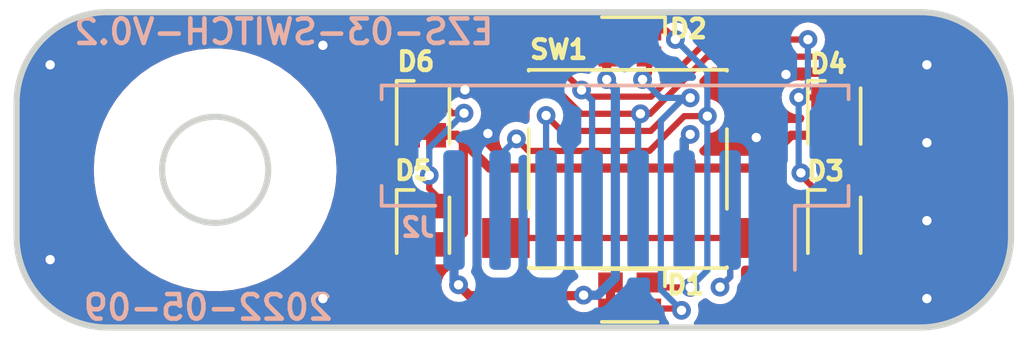
<source format=kicad_pcb>
(kicad_pcb (version 20240108) (generator "pcbnew") (generator_version "8.0")
  (title_block (title "EZS-03-SWITCH") (date "2022-05-09") (rev "V0.2") (company "Ovobot") (comment 1 "32.4x10.2x1.2mm ,FR4,2层,绿油白字,无铅喷锡"))
  (layers (0 "F.Cu" signal) (31 "B.Cu" signal) (34 "B.Paste" user) (35 "F.Paste" user) (36 "B.SilkS" user "B.Silkscreen") (37 "F.SilkS" user "F.Silkscreen") (38 "B.Mask" user) (39 "F.Mask" user) (44 "Edge.Cuts" user))
  (net 0 "")
  (net 1 "+3V3")
  (net 2 "/V_CHRG_O")
  (net 3 "/CHG_ON_LED")
  (net 4 "/CHG_DONE_LED")
  (net 5 "GND")
  (net 6 "/START")
  (net 7 "/LED_RED")
  (net 8 "/LED_BLUE")
  (footprint "Ovo_LED_SMD:LED_Dual_1.6x1.5mm" (layer "F.Cu") (at 143.666 102.002 90)
    (property "Reference" "D4" (at 1.706 -0.192 0) (layer "F.SilkS") (effects (font (size 0.6 0.6))))
    (property "Value" "LED_Dual_Red_Blue_AKAK")
    (fp_line (start 1.15 -0.86) (end 1.15 -0.3) (stroke (width 0.12)) (layer "F.SilkS"))
    (fp_line (start -0.91 -0.86) (end 1.15 -0.86) (stroke (width 0.12)) (layer "F.SilkS"))
    (fp_line (start -0.91 0.86) (end 0.91 0.86) (stroke (width 0.12)) (layer "F.SilkS"))
    (pad "1" smd rect (at -0.625 0.425 90) (size 0.8 0.65) (layers "F.Cu" "F.Paste" "F.Mask") (net 1 "+3V3"))
    (pad "2" smd rect (at 0.625 0.425 90) (size 0.8 0.65) (layers "F.Cu" "F.Paste" "F.Mask") (net 7 "/LED_RED"))
    (pad "3" smd rect (at -0.625 -0.425 90) (size 0.8 0.65) (layers "F.Cu" "F.Paste" "F.Mask") (net 1 "+3V3"))
    (pad "4" smd rect (at 0.625 -0.425 90) (size 0.8 0.65) (layers "F.Cu" "F.Paste" "F.Mask") (net 8 "/LED_BLUE"))
  )
  (footprint "Ovo_Button_Switch_SMD:SW_Push_1P1T_NO_6x6mm_H4.5mm" (layer "F.Cu") (at 136.938 103.725)
    (property "Reference" "SW1" (at -2.253 -3.892 0) (layer "F.SilkS") (effects (font (size 0.6 0.6))))
    (property "Value" "6x6x4.5mm/250gf")
    (fp_line (start -3.23 -3.23) (end 3.23 -3.23) (stroke (width 0.12)) (layer "F.SilkS"))
    (fp_line (start -3.23 -3.2) (end -3.23 -3.23) (stroke (width 0.12)) (layer "F.SilkS"))
    (fp_line (start -3.23 -1.3) (end -3.23 1.3) (stroke (width 0.12)) (layer "F.SilkS"))
    (fp_line (start -3.23 3.23) (end -3.23 3.2) (stroke (width 0.12)) (layer "F.SilkS"))
    (fp_line (start -3.23 3.23) (end 3.23 3.23) (stroke (width 0.12)) (layer "F.SilkS"))
    (fp_line (start 3.23 -3.23) (end 3.23 -3.2) (stroke (width 0.12)) (layer "F.SilkS"))
    (fp_line (start 3.23 -1.3) (end 3.23 1.3) (stroke (width 0.12)) (layer "F.SilkS"))
    (fp_line (start 3.23 3.23) (end 3.23 3.2) (stroke (width 0.12)) (layer "F.SilkS"))
    (pad "1" smd rect (at -3.975 -2.25) (size 1.55 1.3) (layers "F.Cu" "F.Paste" "F.Mask") (net 5 "GND"))
    (pad "1" smd rect (at 3.975 -2.25) (size 1.55 1.3) (layers "F.Cu" "F.Paste" "F.Mask") (net 5 "GND"))
    (pad "2" smd rect (at -3.975 2.25) (size 1.55 1.3) (layers "F.Cu" "F.Paste" "F.Mask") (net 6 "/START"))
    (pad "2" smd rect (at 3.975 2.25) (size 1.55 1.3) (layers "F.Cu" "F.Paste" "F.Mask") (net 6 "/START"))
  )
  (footprint "Ovo_LED_SMD:LED_Dual_1.6x1.5mm" (layer "F.Cu") (at 130.264 105.559 90)
    (property "Reference" "D5" (at 1.782 -0.314 0) (layer "F.SilkS") (effects (font (size 0.6 0.6))))
    (property "Value" "LED_Dual_Red_Blue_AKAK")
    (fp_line (start 1.15 -0.86) (end 1.15 -0.3) (stroke (width 0.12)) (layer "F.SilkS"))
    (fp_line (start -0.91 -0.86) (end 1.15 -0.86) (stroke (width 0.12)) (layer "F.SilkS"))
    (fp_line (start -0.91 0.86) (end 0.91 0.86) (stroke (width 0.12)) (layer "F.SilkS"))
    (pad "1" smd rect (at -0.625 0.425 90) (size 0.8 0.65) (layers "F.Cu" "F.Paste" "F.Mask") (net 1 "+3V3"))
    (pad "2" smd rect (at 0.625 0.425 90) (size 0.8 0.65) (layers "F.Cu" "F.Paste" "F.Mask") (net 7 "/LED_RED"))
    (pad "3" smd rect (at -0.625 -0.425 90) (size 0.8 0.65) (layers "F.Cu" "F.Paste" "F.Mask") (net 1 "+3V3"))
    (pad "4" smd rect (at 0.625 -0.425 90) (size 0.8 0.65) (layers "F.Cu" "F.Paste" "F.Mask") (net 8 "/LED_BLUE"))
  )
  (footprint "Ovo_LED_SMD:LED_Dual_1.6x1.5mm" (layer "F.Cu") (at 143.666 105.559 90)
    (property "Reference" "D3" (at 1.762 -0.283 0) (layer "F.SilkS") (effects (font (size 0.6 0.6))))
    (property "Value" "LED_Dual_Red_Blue_AKAK")
    (fp_line (start 1.15 -0.86) (end 1.15 -0.3) (stroke (width 0.12)) (layer "F.SilkS"))
    (fp_line (start -0.91 -0.86) (end 1.15 -0.86) (stroke (width 0.12)) (layer "F.SilkS"))
    (fp_line (start -0.91 0.86) (end 0.91 0.86) (stroke (width 0.12)) (layer "F.SilkS"))
    (pad "1" smd rect (at -0.625 0.425 90) (size 0.8 0.65) (layers "F.Cu" "F.Paste" "F.Mask") (net 1 "+3V3"))
    (pad "2" smd rect (at 0.625 0.425 90) (size 0.8 0.65) (layers "F.Cu" "F.Paste" "F.Mask") (net 7 "/LED_RED"))
    (pad "3" smd rect (at -0.625 -0.425 90) (size 0.8 0.65) (layers "F.Cu" "F.Paste" "F.Mask") (net 1 "+3V3"))
    (pad "4" smd rect (at 0.625 -0.425 90) (size 0.8 0.65) (layers "F.Cu" "F.Paste" "F.Mask") (net 8 "/LED_BLUE"))
  )
  (footprint "Ovo_LED_SMD:LED_Dual_1.6x1.5mm" (layer "F.Cu") (at 130.264 102.002 90)
    (property "Reference" "D6" (at 1.777 -0.234 0) (layer "F.SilkS") (effects (font (size 0.6 0.6))))
    (property "Value" "LED_Dual_Red_Blue_AKAK")
    (fp_line (start 1.15 -0.86) (end 1.15 -0.3) (stroke (width 0.12)) (layer "F.SilkS"))
    (fp_line (start -0.91 -0.86) (end 1.15 -0.86) (stroke (width 0.12)) (layer "F.SilkS"))
    (fp_line (start -0.91 0.86) (end 0.91 0.86) (stroke (width 0.12)) (layer "F.SilkS"))
    (pad "1" smd rect (at -0.625 0.425 90) (size 0.8 0.65) (layers "F.Cu" "F.Paste" "F.Mask") (net 1 "+3V3"))
    (pad "2" smd rect (at 0.625 0.425 90) (size 0.8 0.65) (layers "F.Cu" "F.Paste" "F.Mask") (net 7 "/LED_RED"))
    (pad "3" smd rect (at -0.625 -0.425 90) (size 0.8 0.65) (layers "F.Cu" "F.Paste" "F.Mask") (net 1 "+3V3"))
    (pad "4" smd rect (at 0.625 -0.425 90) (size 0.8 0.65) (layers "F.Cu" "F.Paste" "F.Mask") (net 8 "/LED_BLUE"))
  )
  (footprint "Ovo_LED_SMD:LED_Dual_1.6x1.5mm" (layer "F.Cu") (at 137.003 99.637)
    (property "Reference" "D2" (at 1.906 -0.477 0) (layer "F.SilkS") (effects (font (size 0.6 0.6))))
    (property "Value" "LED_Dual_Orange_Green_AKAK")
    (fp_line (start -0.91 -0.86) (end 1.15 -0.86) (stroke (width 0.12)) (layer "F.SilkS"))
    (fp_line (start -0.91 0.86) (end 0.91 0.86) (stroke (width 0.12)) (layer "F.SilkS"))
    (fp_line (start 1.15 -0.86) (end 1.15 -0.3) (stroke (width 0.12)) (layer "F.SilkS"))
    (pad "1" smd rect (at -0.625 0.425) (size 0.8 0.65) (layers "F.Cu" "F.Paste" "F.Mask") (net 2 "/V_CHRG_O"))
    (pad "2" smd rect (at 0.625 0.425) (size 0.8 0.65) (layers "F.Cu" "F.Paste" "F.Mask") (net 3 "/CHG_ON_LED"))
    (pad "3" smd rect (at -0.625 -0.425) (size 0.8 0.65) (layers "F.Cu" "F.Paste" "F.Mask") (net 2 "/V_CHRG_O"))
    (pad "4" smd rect (at 0.625 -0.425) (size 0.8 0.65) (layers "F.Cu" "F.Paste" "F.Mask") (net 4 "/CHG_DONE_LED"))
  )
  (footprint "Ovo_LED_SMD:LED_Dual_1.6x1.5mm" (layer "F.Cu") (at 136.998 107.85)
    (property "Reference" "D1" (at 1.82 -0.343 0) (layer "F.SilkS") (effects (font (size 0.6 0.6))))
    (property "Value" "LED_Dual_Orange_Green_AKAK")
    (fp_line (start -0.91 -0.86) (end 1.15 -0.86) (stroke (width 0.12)) (layer "F.SilkS"))
    (fp_line (start -0.91 0.86) (end 0.91 0.86) (stroke (width 0.12)) (layer "F.SilkS"))
    (fp_line (start 1.15 -0.86) (end 1.15 -0.3) (stroke (width 0.12)) (layer "F.SilkS"))
    (pad "1" smd rect (at -0.625 0.425) (size 0.8 0.65) (layers "F.Cu" "F.Paste" "F.Mask") (net 2 "/V_CHRG_O"))
    (pad "2" smd rect (at 0.625 0.425) (size 0.8 0.65) (layers "F.Cu" "F.Paste" "F.Mask") (net 3 "/CHG_ON_LED"))
    (pad "3" smd rect (at -0.625 -0.425) (size 0.8 0.65) (layers "F.Cu" "F.Paste" "F.Mask") (net 2 "/V_CHRG_O"))
    (pad "4" smd rect (at 0.625 -0.425) (size 0.8 0.65) (layers "F.Cu" "F.Paste" "F.Mask") (net 4 "/CHG_DONE_LED"))
  )
  (footprint "Ovo_Connector_JST:JST_ZH_B8B-ZR-SM4-TF_1x08-1MP_P1.50mm_Vertical" (layer "B.Cu") (at 136.523 104.364 180)
    (property "Reference" "J2" (at 6.429 -1.266 0) (layer "B.SilkS") (effects (font (size 0.6 0.6)) (justify mirror)))
    (property "Value" "ZH1.5MM/8ASMT")
    (fp_line (start 7.61 3.36) (end 7.61 2.91) (stroke (width 0.12)) (layer "B.SilkS"))
    (fp_line (start 7.61 0.09) (end 7.61 -0.56) (stroke (width 0.12)) (layer "B.SilkS"))
    (fp_line (start 7.61 -0.56) (end 5.86 -0.56) (stroke (width 0.12)) (layer "B.SilkS"))
    (fp_line (start -5.86 -0.56) (end -5.86 -2.65) (stroke (width 0.12)) (layer "B.SilkS"))
    (fp_line (start -7.61 3.36) (end 7.61 3.36) (stroke (width 0.12)) (layer "B.SilkS"))
    (fp_line (start -7.61 2.91) (end -7.61 3.36) (stroke (width 0.12)) (layer "B.SilkS"))
    (fp_line (start -7.61 0.09) (end -7.61 -0.56) (stroke (width 0.12)) (layer "B.SilkS"))
    (fp_line (start -7.61 -0.56) (end -5.86 -0.56) (stroke (width 0.12)) (layer "B.SilkS"))
    (pad "1" smd roundrect (at -5.25 -0.7 180) (size 0.7 3.9) (layers "B.Cu" "B.Paste" "B.Mask") (net 5 "GND"))
    (pad "2" smd roundrect (at -3.75 -0.7 180) (size 0.7 3.9) (layers "B.Cu" "B.Paste" "B.Mask") (net 6 "/START"))
    (pad "3" smd roundrect (at -2.25 -0.7 180) (size 0.7 3.9) (layers "B.Cu" "B.Paste" "B.Mask") (net 1 "+3V3"))
    (pad "4" smd roundrect (at -0.75 -0.7 180) (size 0.7 3.9) (layers "B.Cu" "B.Paste" "B.Mask") (net 7 "/LED_RED"))
    (pad "5" smd roundrect (at 0.75 -0.7 180) (size 0.7 3.9) (layers "B.Cu" "B.Paste" "B.Mask") (net 8 "/LED_BLUE"))
    (pad "6" smd roundrect (at 2.25 -0.7 180) (size 0.7 3.9) (layers "B.Cu" "B.Paste" "B.Mask") (net 3 "/CHG_ON_LED"))
    (pad "7" smd roundrect (at 3.75 -0.7 180) (size 0.7 3.9) (layers "B.Cu" "B.Paste" "B.Mask") (net 4 "/CHG_DONE_LED"))
    (pad "8" smd roundrect (at 5.25 -0.7 180) (size 0.7 3.9) (layers "B.Cu" "B.Paste" "B.Mask") (net 2 "/V_CHRG_O"))
    (pad "MP" smd roundrect (at -7.3 1.5 180) (size 1.5 2.3) (layers "B.Cu" "B.Paste" "B.Mask") (roundrect_rratio 0.1666673333) (net 5 "GND"))
    (pad "MP" smd roundrect (at 7.3 1.5 180) (size 1.5 2.3) (layers "B.Cu" "B.Paste" "B.Mask") (roundrect_rratio 0.1666673333) (net 5 "GND"))
  )
  (gr_arc (start 117.015713 101.578713) (mid 117.884022 99.482455) (end 119.98028 98.614146) (stroke (width 0.2)) (layer "Edge.Cuts"))
  (gr_line (start 146.463744 98.614146) (end 119.98028 98.614146) (stroke (width 0.2)) (layer "Edge.Cuts"))
  (gr_line (start 119.98028 108.891312) (end 146.463744 108.891312) (stroke (width 0.2)) (layer "Edge.Cuts"))
  (gr_line (start 149.428311 105.926745) (end 149.428311 101.578713) (stroke (width 0.2)) (layer "Edge.Cuts"))
  (gr_line (start 117.015713 101.578713) (end 117.015713 105.926745) (stroke (width 0.2)) (layer "Edge.Cuts"))
  (gr_arc (start 119.98028 108.891312) (mid 117.884012 108.023013) (end 117.015713 105.926745) (stroke (width 0.2)) (layer "Edge.Cuts"))
  (gr_circle (center 123.488351 103.752729) (end 125.217681 103.752729) (stroke (width 0.2)) (fill none) (layer "Edge.Cuts"))
  (gr_arc (start 146.463744 98.614146) (mid 148.559981 99.482476) (end 149.428311 101.578713) (stroke (width 0.2)) (layer "Edge.Cuts"))
  (gr_arc (start 149.428311 105.926745) (mid 148.560014 108.023015) (end 146.463744 108.891312) (stroke (width 0.2)) (layer "Edge.Cuts"))
  (gr_text "EZS-03-SWITCH-${REVISION}" (at 125.727 99.255 0) (layer "B.SilkS") (effects (font (size 0.8 0.8)) (justify mirror)))
  (gr_text "${ISSUE_DATE}" (at 123.256 108.239 0) (layer "B.SilkS") (effects (font (size 0.8 0.8)) (justify mirror)))
  (segment (start 143.241 102.627) (end 142.261 102.627) (width 0.3) (layer "F.Cu") (net 1))
  (segment (start 131.193 106.184) (end 131.577 105.8) (width 0.3) (layer "F.Cu") (net 1))
  (segment (start 142.118 102.77) (end 141.203 103.685) (width 0.3) (layer "F.Cu") (net 1))
  (segment (start 141.958 104.901) (end 143.241 106.184) (width 0.3) (layer "F.Cu") (net 1))
  (segment (start 144.091 106.184) (end 143.241 106.184) (width 0.3) (layer "F.Cu") (net 1))
  (segment (start 138.9717 102.597856) (end 138.776 102.793556) (width 0.3) (layer "F.Cu") (net 1))
  (segment (start 138.776 102.793556) (end 138.776 103.266) (width 0.3) (layer "F.Cu") (net 1))
  (segment (start 131.577 105.8) (end 131.577 102.84) (width 0.3) (layer "F.Cu") (net 1))
  (segment (start 138.776 103.266) (end 139.002 103.492) (width 0.3) (layer "F.Cu") (net 1))
  (segment (start 131.364 102.627) (end 130.689 102.627) (width 0.3) (layer "F.Cu") (net 1))
  (segment (start 132.433 103.696) (end 132.229 103.492) (width 0.3) (layer "F.Cu") (net 1))
  (segment (start 144.091 102.627) (end 143.241 102.627) (width 0.2032) (layer "F.Cu") (net 1))
  (segment (start 130.689 106.184) (end 131.193 106.184) (width 0.3) (layer "F.Cu") (net 1))
  (segment (start 141.958 102.93) (end 141.958 104.901) (width 0.3) (layer "F.Cu") (net 1))
  (segment (start 141.203 103.685) (end 141.203 103.696) (width 0.3) (layer "F.Cu") (net 1))
  (segment (start 129.839 102.627) (end 130.689 102.627) (width 0.3) (layer "F.Cu") (net 1))
  (segment (start 132.229 103.492) (end 131.364 102.627) (width 0.3) (layer "F.Cu") (net 1))
  (segment (start 141.203 103.696) (end 132.433 103.696) (width 0.3) (layer "F.Cu") (net 1))
  (segment (start 142.261 102.627) (end 142.118 102.77) (width 0.3) (layer "F.Cu") (net 1))
  (segment (start 129.839 106.184) (end 130.689 106.184) (width 0.3) (layer "F.Cu") (net 1))
  (segment (start 131.577 102.84) (end 131.364 102.627) (width 0.2032) (layer "F.Cu") (net 1))
  (via (at 138.9717 102.597856) (size 0.6096) (drill 0.3048) (layers "F.Cu" "B.Cu") (net 1))
  (segment (start 138.773 102.796556) (end 138.773 105.064) (width 0.3) (layer "B.Cu") (net 1))
  (segment (start 138.9717 102.597856) (end 138.773 102.796556) (width 0.3) (layer "B.Cu") (net 1))
  (segment (start 131.775 107.855) (end 135.48 107.855) (width 0.3) (layer "F.Cu") (net 2))
  (segment (start 135.497 107.838) (end 135.96 107.838) (width 0.3) (layer "F.Cu") (net 2))
  (segment (start 136.373 107.425) (end 136.373 108.275) (width 0.3) (layer "F.Cu") (net 2))
  (segment (start 135.96 107.838) (end 136.373 107.425) (width 0.3) (layer "F.Cu") (net 2))
  (segment (start 136.249 99.341) (end 136.378 99.212) (width 0.3) (layer "F.Cu") (net 2))
  (segment (start 136.249 100.8095) (end 136.249 99.341) (width 0.3) (layer "F.Cu") (net 2))
  (segment (start 131.421 107.501) (end 131.775 107.855) (width 0.3) (layer "F.Cu") (net 2))
  (via (at 135.497 107.838) (size 0.6096) (drill 0.3048) (layers "F.Cu" "B.Cu") (net 2))
  (via (at 131.421 107.501) (size 0.6096) (drill 0.3048) (layers "F.Cu" "B.Cu") (net 2))
  (via (at 136.249 100.8095) (size 0.6096) (drill 0.3048) (layers "F.Cu" "B.Cu") (net 2))
  (segment (start 135.962 107.838) (end 136.532 107.268) (width 0.3) (layer "B.Cu") (net 2))
  (segment (start 136.532 101.0925) (end 136.249 100.8095) (width 0.3) (layer "B.Cu") (net 2))
  (segment (start 136.532 107.268) (end 136.532 101.0925) (width 0.3) (layer "B.Cu") (net 2))
  (segment (start 131.273 105.064) (end 131.273 107.353) (width 0.3) (layer "B.Cu") (net 2))
  (segment (start 135.555698 107.838) (end 135.962 107.838) (width 0.3) (layer "B.Cu") (net 2))
  (segment (start 131.273 107.353) (end 131.421 107.501) (width 0.3) (layer "B.Cu") (net 2))
  (segment (start 137.628 100.5995) (end 137.628 100.062) (width 0.2032) (layer "F.Cu") (net 3))
  (segment (start 137.418 100.8095) (end 137.628 100.5995) (width 0.2032) (layer "F.Cu") (net 3))
  (segment (start 137.6871 102.4849) (end 134.7779 102.4849) (width 0.2032) (layer "F.Cu") (net 3))
  (segment (start 138.764144 101.407856) (end 137.6871 102.4849) (width 0.2032) (layer "F.Cu") (net 3))
  (segment (start 134.7779 102.4849) (end 134.274 101.981) (width 0.2032) (layer "F.Cu") (net 3))
  (segment (start 138.63 108.275) (end 137.623 108.275) (width 0.2032) (layer "F.Cu") (net 3))
  (segment (start 138.9717 101.407856) (end 138.764144 101.407856) (width 0.2032) (layer "F.Cu") (net 3))
  (segment (start 138.688 108.333) (end 138.63 108.275) (width 0.2032) (layer "F.Cu") (net 3))
  (via (at 138.688 108.333) (size 0.6096) (drill 0.3048) (layers "F.Cu" "B.Cu") (net 3))
  (via (at 137.418 100.8095) (size 0.6096) (drill 0.3048) (layers "F.Cu" "B.Cu") (net 3))
  (via (at 134.274 101.981) (size 0.6096) (drill 0.3048) (layers "F.Cu" "B.Cu") (net 3))
  (via (at 138.9717 101.407856) (size 0.6096) (drill 0.3048) (layers "F.Cu" "B.Cu") (net 3))
  (segment (start 138.9717 101.407856) (end 138.016356 101.407856) (width 0.2032) (layer "B.Cu") (net 3))
  (segment (start 138.013 102.154) (end 138.759144 101.407856) (width 0.2032) (layer "B.Cu") (net 3))
  (segment (start 134.273 105.064) (end 134.274 105.063) (width 0.2032) (layer "B.Cu") (net 3))
  (segment (start 138.013 107.658) (end 138.013 102.154) (width 0.2032) (layer "B.Cu") (net 3))
  (segment (start 138.016356 101.407856) (end 137.418 100.8095) (width 0.2032) (layer "B.Cu") (net 3))
  (segment (start 138.688 108.333) (end 138.013 107.658) (width 0.2032) (layer "B.Cu") (net 3))
  (segment (start 134.274 105.063) (end 134.274 101.981) (width 0.2032) (layer "B.Cu") (net 3))
  (segment (start 138.759144 101.407856) (end 138.9717 101.407856) (width 0.2032) (layer "B.Cu") (net 3))
  (segment (start 137.784 107.586) (end 137.623 107.425) (width 0.2032) (layer "F.Cu") (net 4))
  (segment (start 137.6436 103.1364) (end 138.776 102.004) (width 0.2032) (layer "F.Cu") (net 4))
  (segment (start 138.776 102.004) (end 139.53 102.004) (width 0.2032) (layer "F.Cu") (net 4))
  (segment (start 133.308 102.745) (end 133.6994 103.1364) (width 0.2032) (layer "F.Cu") (net 4))
  (segment (start 138.486 99.504) (end 138.194 99.212) (width 0.2032) (layer "F.Cu") (net 4))
  (segment (start 138.971 107.586) (end 137.784 107.586) (width 0.2032) (layer "F.Cu") (net 4))
  (segment (start 138.194 99.212) (end 137.628 99.212) (width 0.2032) (layer "F.Cu") (net 4))
  (segment (start 133.6994 103.1364) (end 137.6436 103.1364) (width 0.2032) (layer "F.Cu") (net 4))
  (via (at 139.53 102.004) (size 0.6096) (drill 0.3048) (layers "F.Cu" "B.Cu") (net 4))
  (via (at 138.971 107.586) (size 0.6096) (drill 0.3048) (layers "F.Cu" "B.Cu") (net 4))
  (via (at 138.486 99.504) (size 0.6096) (drill 0.3048) (layers "F.Cu" "B.Cu") (net 4))
  (via (at 133.308 102.745) (size 0.6096) (drill 0.3048) (layers "F.Cu" "B.Cu") (net 4))
  (segment (start 132.773 103.28) (end 133.308 102.745) (width 0.2032) (layer "B.Cu") (net 4))
  (segment (start 138.971 107.586) (end 138.971 107.585) (width 0.2032) (layer "B.Cu") (net 4))
  (segment (start 139.53 107.026) (end 139.53 102.004) (width 0.2032) (layer "B.Cu") (net 4))
  (segment (start 132.773 105.064) (end 132.773 103.28) (width 0.2032) (layer "B.Cu") (net 4))
  (segment (start 138.486 99.504) (end 139.53 100.548) (width 0.2032) (layer "B.Cu") (net 4))
  (segment (start 138.971 107.585) (end 139.53 107.026) (width 0.2032) (layer "B.Cu") (net 4))
  (segment (start 139.53 100.548) (end 139.53 102.004) (width 0.2032) (layer "B.Cu") (net 4))
  (via (at 127 107.95) (size 0.6096) (drill 0.3048) (layers "F.Cu" "B.Cu") (net 5))
  (via (at 146.685 102.87) (size 0.6096) (drill 0.3048) (layers "F.Cu" "B.Cu") (net 5))
  (via (at 142.092 100.645) (size 0.6096) (drill 0.3048) (layers "F.Cu" "B.Cu") (net 5))
  (via (at 141.125 102.7) (size 0.6096) (drill 0.3048) (layers "F.Cu" "B.Cu") (net 5))
  (via (at 132.377 102.57) (size 0.6096) (drill 0.3048) (layers "F.Cu" "B.Cu") (net 5))
  (via (at 131.629 101.146) (size 0.6096) (drill 0.3048) (layers "F.Cu" "B.Cu") (net 5))
  (via (at 146.685 107.95) (size 0.6096) (drill 0.3048) (layers "F.Cu" "B.Cu") (net 5))
  (via (at 127 99.695) (size 0.6096) (drill 0.3048) (layers "F.Cu" "B.Cu") (net 5))
  (via (at 146.685 100.33) (size 0.6096) (drill 0.3048) (layers "F.Cu" "B.Cu") (net 5))
  (via (at 118.11 100.33) (size 0.6096) (drill 0.3048) (layers "F.Cu" "B.Cu") (net 5))
  (via (at 146.685 105.41) (size 0.6096) (drill 0.3048) (layers "F.Cu" "B.Cu") (net 5))
  (via (at 118.11 106.68) (size 0.6096) (drill 0.3048) (layers "F.Cu" "B.Cu") (net 5))
  (segment (start 140.275 106.613) (end 140.913 105.975) (width 0.2032) (layer "F.Cu") (net 6))
  (segment (start 140.275 107.244) (end 140.275 106.613) (width 0.2032) (layer "F.Cu") (net 6))
  (segment (start 139.943 107.576) (end 140.275 107.244) (width 0.2032) (layer "F.Cu") (net 6))
  (segment (start 132.963 105.975) (end 140.913 105.975) (width 0.2032) (layer "F.Cu") (net 6))
  (via (at 139.943 107.576) (size 0.6096) (drill 0.3048) (layers "F.Cu" "B.Cu") (net 6))
  (segment (start 139.943 107.576) (end 140.273 107.246) (width 0.2032) (layer "B.Cu") (net 6))
  (segment (start 140.273 107.246) (end 140.273 105.064) (width 0.2032) (layer "B.Cu") (net 6))
  (segment (start 135.4141 101.9261) (end 137.6639 101.9261) (width 0.2032) (layer "F.Cu") (net 7))
  (segment (start 144.795 104.934) (end 145.059 104.67) (width 0.2032) (layer "F.Cu") (net 7))
  (segment (start 145.059 104.67) (end 145.059 101.59) (width 0.2032) (layer "F.Cu") (net 7))
  (segment (start 137.6639 101.9261) (end 139.525 100.065) (width 0.2032) (layer "F.Cu") (net 7))
  (segment (start 130.4663 104.3643) (end 130.689 104.587) (width 0.2032) (layer "F.Cu") (net 7))
  (segment (start 144.846 101.377) (end 144.091 101.377) (width 0.2032) (layer "F.Cu") (net 7))
  (segment (start 133.8886 100.4006) (end 135.4141 101.9261) (width 0.2032) (layer "F.Cu") (net 7))
  (segment (start 130.689 104.587) (end 130.689 104.934) (width 0.2032) (layer "F.Cu") (net 7))
  (segment (start 131.218901 101.906901) (end 130.689 101.377) (width 0.2032) (layer "F.Cu") (net 7))
  (segment (start 144.091 104.934) (end 144.795 104.934) (width 0.2032) (layer "F.Cu") (net 7))
  (segment (start 131.598725 101.906901) (end 131.218901 101.906901) (width 0.2032) (layer "F.Cu") (net 7))
  (segment (start 143.401 100.065) (end 144.091 100.755) (width 0.2032) (layer "F.Cu") (net 7))
  (segment (start 145.059 101.59) (end 144.846 101.377) (width 0.2032) (layer "F.Cu") (net 7))
  (segment (start 130.689 101.176) (end 131.4644 100.4006) (width 0.2032) (layer "F.Cu") (net 7))
  (segment (start 131.4644 100.4006) (end 133.8886 100.4006) (width 0.2032) (layer "F.Cu") (net 7))
  (segment (start 144.091 100.755) (end 144.091 101.377) (width 0.2032) (layer "F.Cu") (net 7))
  (segment (start 130.4663 103.933) (end 130.4663 104.3643) (width 0.2032) (layer "F.Cu") (net 7))
  (segment (start 139.525 100.065) (end 143.401 100.065) (width 0.2032) (layer "F.Cu") (net 7))
  (via (at 130.4663 103.933) (size 0.6096) (drill 0.3048) (layers "F.Cu" "B.Cu") (net 7))
  (via (at 131.598725 101.906901) (size 0.6096) (drill 0.3048) (layers "F.Cu" "B.Cu") (net 7))
  (via (at 137.349 101.9261) (size 0.6096) (drill 0.3048) (layers "F.Cu" "B.Cu") (net 7))
  (segment (start 130.4663 103.039326) (end 130.4663 103.933) (width 0.2032) (layer "B.Cu") (net 7))
  (segment (start 137.273 102.0021) (end 137.273 105.064) (width 0.2032) (layer "B.Cu") (net 7))
  (segment (start 137.349 101.9261) (end 137.273 102.0021) (width 0.2032) (layer "B.Cu") (net 7))
  (segment (start 131.598725 101.906901) (end 130.4663 103.039326) (width 0.2032) (layer "B.Cu") (net 7))
  (segment (start 139.5583 99.5067) (end 142.808 99.5067) (width 0.2032) (layer "F.Cu") (net 8))
  (segment (start 143.241 104.934) (end 143.241 104.587) (width 0.2032) (layer "F.Cu") (net 8))
  (segment (start 130.788 100.045) (end 134.322556 100.045) (width 0.2032) (layer "F.Cu") (net 8))
  (segment (start 129.26 101.956) (end 129.839 101.377) (width 0.2032) (layer "F.Cu") (net 8))
  (segment (start 135.645356 101.3678) (end 137.6972 101.3678) (width 0.2032) (layer "F.Cu") (net 8))
  (segment (start 129.839 101.377) (end 129.839 100.994) (width 0.2032) (layer "F.Cu") (net 8))
  (segment (start 142.507 101.393) (end 143.225 101.393) (width 0.2032) (layer "F.Cu") (net 8))
  (segment (start 129.839 100.994) (end 130.788 100.045) (width 0.2032) (layer "F.Cu") (net 8))
  (segment (start 129.26 104.355) (end 129.26 101.956) (width 0.2032) (layer "F.Cu") (net 8))
  (segment (start 137.6972 101.3678) (end 139.5583 99.5067) (width 0.2032) (layer "F.Cu") (net 8))
  (segment (start 143.241 104.587) (end 142.507 103.853) (width 0.2032) (layer "F.Cu") (net 8))
  (segment (start 134.322556 100.045) (end 135.645356 101.3678) (width 0.2032) (layer "F.Cu") (net 8))
  (segment (start 129.839 104.934) (end 129.26 104.355) (width 0.2032) (layer "F.Cu") (net 8))
  (via (at 135.430278 101.152722) (size 0.6096) (drill 0.3048) (layers "F.Cu" "B.Cu") (net 8))
  (via (at 142.5797 103.853) (size 0.6096) (drill 0.3048) (layers "F.Cu" "B.Cu") (net 8))
  (via (at 142.507 101.393) (size 0.6096) (drill 0.3048) (layers "F.Cu" "B.Cu") (net 8))
  (via (at 142.808 99.5067) (size 0.6096) (drill 0.3048) (layers "F.Cu" "B.Cu") (net 8))
  (segment (start 142.808 99.5067) (end 142.808 101.092) (width 0.2032) (layer "B.Cu") (net 8))
  (segment (start 142.507 101.393) (end 142.507 103.7803) (width 0.2032) (layer "B.Cu") (net 8))
  (segment (start 142.808 101.092) (end 142.507 101.393) (width 0.2032) (layer "B.Cu") (net 8))
  (segment (start 135.430278 101.152722) (end 135.773 101.495444) (width 0.2032) (layer "B.Cu") (net 8))
  (segment (start 135.773 101.495444) (end 135.773 105.064) (width 0.2032) (layer "B.Cu") (net 8))
  (segment (start 142.507 103.7803) (end 142.5797 103.853) (width 0.2032) (layer "B.Cu") (net 8))
  (zone (net 0) (net_name "") (layers "F&B.Cu") (connect_pads (clearance 0)) (min_thickness 0.254)
    (keepout (tracks not_allowed) (vias not_allowed) (pads not_allowed) (copperpour not_allowed) (footprints not_allowed))
    (fill (thermal_gap 0.508) (thermal_bridge_width 0.508))
    (polygon (pts (xy 127.446187 103.752729) (xy 127.425926 103.352765) (xy 127.365349 102.956896) (xy 127.265078 102.569175) (xy 127.126138 102.193572) (xy 126.949952 101.833932) (xy 126.738325 101.493938) (xy 126.493422 101.177071) (xy 126.217752 100.886576) (xy 125.914137 100.625425) (xy 125.585685 100.396294) (xy 125.235759 100.201528) (xy 124.867942 100.043121) (xy 124.486 99.922695) (xy 124.093844 99.841483) (xy 123.695488 99.800317) (xy 123.295012 99.799618) (xy 122.896515 99.839393) (xy 122.504077 99.919236) (xy 122.121717 100.038328) (xy 121.75335 100.19545) (xy 121.402746 100.388993) (xy 121.073497 100.616977) (xy 120.768971 100.877066) (xy 120.492289 101.166597) (xy 120.246282 101.482608) (xy 120.033469 101.82186) (xy 119.856029 102.180883) (xy 119.715779 102.555999) (xy 119.614154 102.943367) (xy 119.552196 103.339022) (xy 119.530539 103.738914) (xy 119.549404 104.138946) (xy 119.608598 104.535024) (xy 119.707516 104.923093) (xy 119.845144 105.299179) (xy 120.020073 105.659431) (xy 120.230512 106.000161) (xy 120.474307 106.317881) (xy 120.748962 106.609338) (xy 121.051664 106.871546) (xy 121.379314 107.101823) (xy 121.728558 107.297809) (xy 122.095819 107.457499) (xy 122.477339 107.579257) (xy 122.869209 107.661837) (xy 123.267419 107.704394) (xy 123.66789 107.706491) (xy 124.066524 107.668107) (xy 124.459237 107.589635) (xy 124.842011 107.471878) (xy 125.210924 107.316043) (xy 125.562201 107.123725) (xy 125.892245 106.896892) (xy 126.197676 106.637867) (xy 126.475368 106.349303) (xy 126.722476 106.034154) (xy 126.936472 105.695646) (xy 127.115164 105.337245) (xy 127.256723 104.962621) (xy 127.359699 104.575609) (xy 127.423037 104.180173) (xy 127.446091 103.78036)))
  )
  (zone (net 5) (net_name "GND") (layers "F&B.Cu") (connect_pads yes (clearance 0.25)) (min_thickness 0.25) (fill yes (thermal_gap 0.5) (thermal_bridge_width 0.5))
    (polygon (pts (xy 116.475 109.212) (xy 116.534 109.271) (xy 149.813 109.271) (xy 149.873 109.211) (xy 149.873 98.218) (xy 116.534 98.218) (xy 116.475 98.277)))
  )
)
</source>
